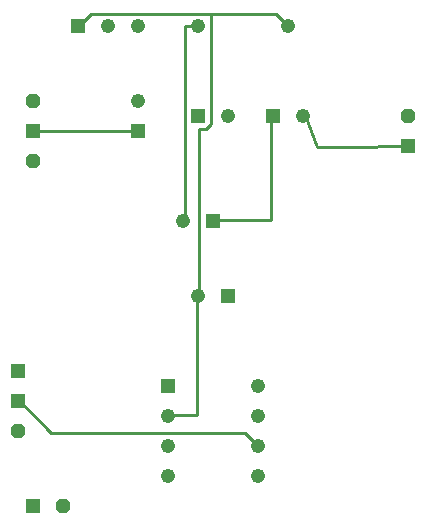
<source format=gbl>
G75*
G70*
%OFA0B0*%
%FSLAX24Y24*%
%IPPOS*%
%LPD*%
%AMOC8*
5,1,8,0,0,1.08239X$1,22.5*
%
%ADD10R,0.0476X0.0476*%
%ADD11C,0.0476*%
%ADD12OC8,0.0476*%
%ADD13C,0.0100*%
D10*
X001181Y001101D03*
X000681Y004601D03*
X000681Y005601D03*
X005681Y005101D03*
X007681Y008101D03*
X007181Y010601D03*
X004681Y013601D03*
X006681Y014101D03*
X009181Y014101D03*
X013681Y013101D03*
X002681Y017101D03*
X001181Y013601D03*
D11*
X003681Y017101D03*
X004681Y017101D03*
X006681Y017101D03*
X004681Y014601D03*
X007681Y014101D03*
X010181Y014101D03*
X009681Y017101D03*
X006181Y010601D03*
X006681Y008101D03*
X008681Y005101D03*
X008681Y004101D03*
X008681Y003101D03*
X008681Y002101D03*
X005681Y002101D03*
X005681Y003101D03*
X005681Y004101D03*
D12*
X002181Y001101D03*
X000681Y003601D03*
X001181Y012601D03*
X001181Y014601D03*
X013681Y014101D03*
D13*
X013681Y013101D02*
X011641Y013061D01*
X010661Y013061D01*
X010241Y014141D01*
X010181Y014101D01*
X009181Y014101D02*
X009121Y014061D01*
X009121Y010621D01*
X007201Y010621D01*
X007181Y010601D01*
X006241Y010621D02*
X006181Y010601D01*
X006241Y010621D02*
X006241Y017101D01*
X006681Y017101D01*
X007121Y017501D02*
X007121Y013821D01*
X006961Y013661D01*
X006721Y013661D01*
X006721Y008141D01*
X006681Y008101D01*
X006641Y008061D01*
X006641Y004141D01*
X005681Y004141D01*
X005681Y004101D01*
X008261Y003541D02*
X008661Y003141D01*
X008681Y003101D01*
X008261Y003541D02*
X001781Y003541D01*
X000741Y004581D01*
X000681Y004601D01*
X000681Y005601D02*
X000741Y005621D01*
X001181Y013601D02*
X002721Y013581D01*
X004641Y013581D01*
X004681Y013601D01*
X002721Y017101D02*
X002681Y017101D01*
X002721Y017101D02*
X003121Y017501D01*
X007121Y017501D01*
X009281Y017501D01*
X009681Y017101D01*
M02*

</source>
